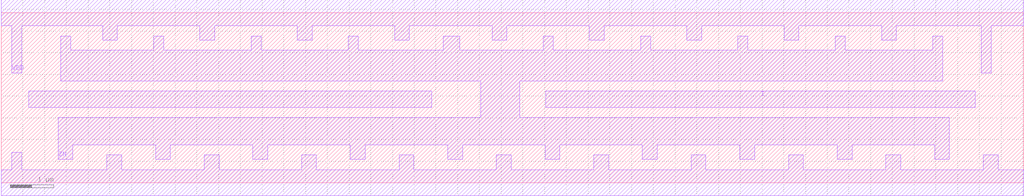
<source format=lef>
# Copyright 2022 GlobalFoundries PDK Authors
#
# Licensed under the Apache License, Version 2.0 (the "License");
# you may not use this file except in compliance with the License.
# You may obtain a copy of the License at
#
#      http://www.apache.org/licenses/LICENSE-2.0
#
# Unless required by applicable law or agreed to in writing, software
# distributed under the License is distributed on an "AS IS" BASIS,
# WITHOUT WARRANTIES OR CONDITIONS OF ANY KIND, either express or implied.
# See the License for the specific language governing permissions and
# limitations under the License.

MACRO gf180mcu_fd_sc_mcu7t5v0__clkinv_20
  CLASS core ;
  FOREIGN gf180mcu_fd_sc_mcu7t5v0__clkinv_20 0.0 0.0 ;
  ORIGIN 0 0 ;
  SYMMETRY X Y ;
  SITE GF018hv5v_mcu_sc7 ;
  SIZE 23.52 BY 3.92 ;
  PIN I
    DIRECTION INPUT ;
    ANTENNAGATEAREA 17.96 ;
    PORT
      LAYER METAL1 ;
        POLYGON 0.63 1.74 9.9 1.74 9.9 2.12 0.63 2.12  ;
        POLYGON 12.52 1.74 22.4 1.74 22.4 2.12 12.52 2.12  ;
    END
  END I
  PIN ZN
    DIRECTION OUTPUT ;
    ANTENNADIFFAREA 10.06 ;
    PORT
      LAYER METAL1 ;
        POLYGON 1.365 2.35 11.03 2.35 11.03 1.505 1.31 1.505 1.31 0.535 1.65 0.535 1.65 0.875 3.55 0.875 3.55 0.535 3.89 0.535 3.89 0.875 5.79 0.875 5.79 0.535 6.13 0.535 6.13 0.875 8.03 0.875 8.03 0.535 8.37 0.535 8.37 0.875 10.27 0.875 10.27 0.535 10.61 0.535 10.61 0.875 12.51 0.875 12.51 0.535 12.85 0.535 12.85 0.875 14.75 0.875 14.75 0.535 15.09 0.535 15.09 0.875 16.99 0.875 16.99 0.535 17.33 0.535 17.33 0.875 19.23 0.875 19.23 0.535 19.57 0.535 19.57 0.875 21.47 0.875 21.47 0.535 21.81 0.535 21.81 1.505 11.93 1.505 11.93 2.35 21.655 2.35 21.655 3.38 21.425 3.38 21.425 3.055 19.415 3.055 19.415 3.38 19.185 3.38 19.185 3.055 17.175 3.055 17.175 3.38 16.945 3.38 16.945 3.055 14.935 3.055 14.935 3.38 14.705 3.38 14.705 3.055 12.695 3.055 12.695 3.38 12.465 3.38 12.465 3.055 10.55 3.055 10.55 3.38 10.17 3.38 10.17 3.055 8.215 3.055 8.215 3.38 7.985 3.38 7.985 3.055 5.975 3.055 5.975 3.38 5.745 3.38 5.745 3.055 3.735 3.055 3.735 3.38 3.505 3.38 3.505 3.055 1.595 3.055 1.595 3.38 1.365 3.38  ;
    END
  END ZN
  PIN VDD
    DIRECTION INOUT ;
    USE power ;
    SHAPE ABUTMENT ;
    PORT
      LAYER METAL1 ;
        POLYGON 0 3.62 0.245 3.62 0.245 2.53 0.475 2.53 0.475 3.62 2.33 3.62 2.33 3.285 2.67 3.285 2.67 3.62 4.57 3.62 4.57 3.285 4.91 3.285 4.91 3.62 6.81 3.62 6.81 3.285 7.15 3.285 7.15 3.62 9.05 3.62 9.05 3.285 9.39 3.285 9.39 3.62 11.29 3.62 11.29 3.285 11.63 3.285 11.63 3.62 13.53 3.62 13.53 3.285 13.87 3.285 13.87 3.62 15.77 3.62 15.77 3.285 16.11 3.285 16.11 3.62 18.01 3.62 18.01 3.285 18.35 3.285 18.35 3.62 20.25 3.62 20.25 3.285 20.59 3.285 20.59 3.62 22.545 3.62 22.545 2.53 22.775 2.53 22.775 3.62 23.52 3.62 23.52 4.22 0 4.22  ;
    END
  END VDD
  PIN VSS
    DIRECTION INOUT ;
    USE ground ;
    SHAPE ABUTMENT ;
    PORT
      LAYER METAL1 ;
        POLYGON 0 -0.3 23.52 -0.3 23.52 0.3 22.93 0.3 22.93 0.645 22.59 0.645 22.59 0.3 20.69 0.3 20.69 0.645 20.35 0.645 20.35 0.3 18.45 0.3 18.45 0.645 18.11 0.645 18.11 0.3 16.21 0.3 16.21 0.645 15.87 0.645 15.87 0.3 13.97 0.3 13.97 0.645 13.63 0.645 13.63 0.3 11.73 0.3 11.73 0.645 11.39 0.645 11.39 0.3 9.49 0.3 9.49 0.645 9.15 0.645 9.15 0.3 7.25 0.3 7.25 0.645 6.91 0.645 6.91 0.3 5.01 0.3 5.01 0.645 4.67 0.645 4.67 0.3 2.77 0.3 2.77 0.645 2.43 0.645 2.43 0.3 0.475 0.3 0.475 0.7 0.245 0.7 0.245 0.3 0 0.3  ;
    END
  END VSS
END gf180mcu_fd_sc_mcu7t5v0__clkinv_20

</source>
